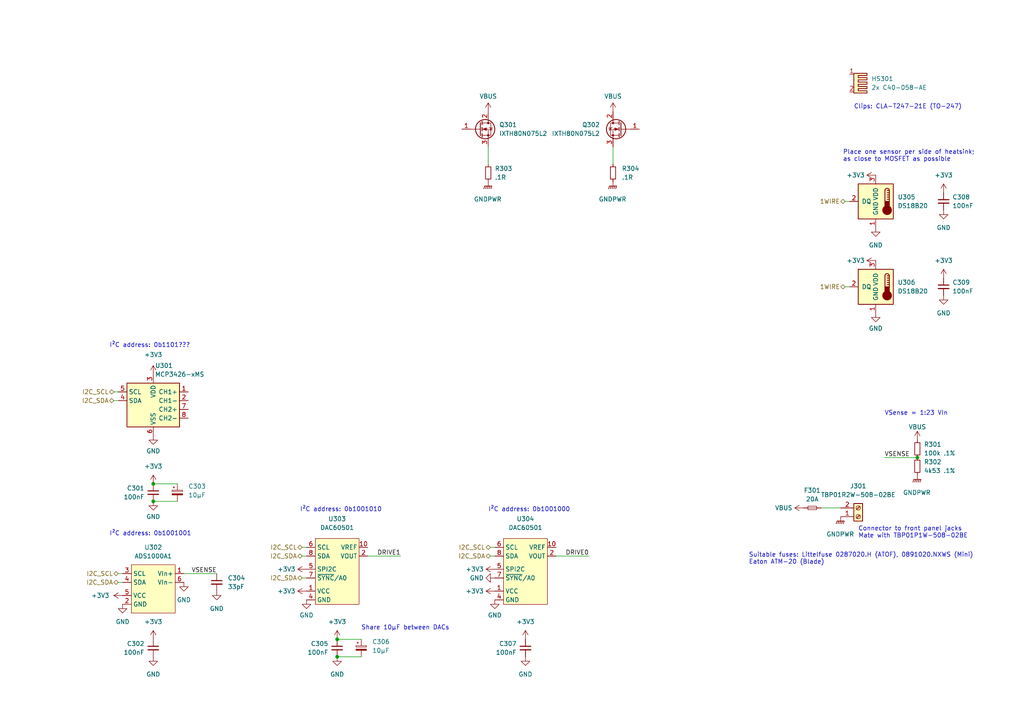
<source format=kicad_sch>
(kicad_sch (version 20211123) (generator eeschema)
  (paper "A4")
  (lib_symbols
    (symbol "Analog_ADC:MCP3426-xMS"
      (property "Reference" "U" (at -3.81 8.89 0))
      (property "Value" "MCP3426-xMS" (at 2.54 8.89 0))
      (symbol "MCP3426-xMS_0_1"
        (rectangle (start -7.62 7.62) (end 7.62 -5.08) (stroke (width 0.254)) (fill (type background)))
      )
      (symbol "MCP3426-xMS_1_1"
        (pin input line (at -10.16 5.08 0) (length 2.54) (name "CH1+") (number "1"))
        (pin input line (at -10.16 2.54 0) (length 2.54) (name "CH1-") (number "2"))
        (pin power_in line (at 0 10.16 270) (length 2.54) (name "VDD") (number "3"))
        (pin bidirectional line (at 10.16 2.54 180) (length 2.54) (name "SDA") (number "4"))
        (pin input line (at 10.16 5.08 180) (length 2.54) (name "SCL") (number "5"))
        (pin power_in line (at 0 -7.62 90) (length 2.54) (name "VSS") (number "6"))
        (pin input line (at -10.16 0 0) (length 2.54) (name "CH2+") (number "7"))
        (pin input line (at -10.16 -2.54 0) (length 2.54) (name "CH2-") (number "8"))
      )
    )
    (symbol "Connector:Screw_Terminal_01x02" (pin_names (offset 1.016) hide)
      (property "Reference" "J" (at 0 2.54 0))
      (property "Value" "Screw_Terminal_01x02" (at 0 -5.08 0))
      (symbol "Screw_Terminal_01x02_1_1"
        (rectangle (start -1.27 1.27) (end 1.27 -3.81) (stroke (width 0.254)) (fill (type background)))
        (circle (center 0 -2.54) (radius 0.635) (stroke (width 0.1524)))
        (polyline (pts (xy -0.5334 -2.2098) (xy 0.3302 -3.048)) (stroke (width 0.1524)))
        (polyline (pts (xy -0.5334 0.3302) (xy 0.3302 -0.508)) (stroke (width 0.1524)))
        (polyline (pts (xy -0.3556 -2.032) (xy 0.508 -2.8702)) (stroke (width 0.1524)))
        (polyline (pts (xy -0.3556 0.508) (xy 0.508 -0.3302)) (stroke (width 0.1524)))
        (circle (center 0 0) (radius 0.635) (stroke (width 0.1524)))
        (pin passive line (at -5.08 0 0) (length 3.81) (name "Pin_1") (number "1"))
        (pin passive line (at -5.08 -2.54 0) (length 3.81) (name "Pin_2") (number "2"))
      )
    )
    (symbol "Device:C_Polarized_Small" (pin_numbers hide) (pin_names (offset 0.254) hide)
      (property "Reference" "C" (at 0.254 1.778 0))
      (property "Value" "C_Polarized_Small" (at 0.254 -2.032 0))
      (symbol "C_Polarized_Small_0_1"
        (rectangle (start -1.524 -0.3048) (end 1.524 -0.6858) (fill (type outline)))
        (rectangle (start -1.524 0.6858) (end 1.524 0.3048))
        (polyline (pts (xy -1.27 1.524) (xy -0.762 1.524)))
        (polyline (pts (xy -1.016 1.27) (xy -1.016 1.778)))
      )
      (symbol "C_Polarized_Small_1_1"
        (pin passive line (at 0 2.54 270) (length 1.8542) (name "~") (number "1"))
        (pin passive line (at 0 -2.54 90) (length 1.8542) (name "~") (number "2"))
      )
    )
    (symbol "Device:C_Small" (pin_numbers hide) (pin_names (offset 0.254) hide)
      (property "Reference" "C" (at 0.254 1.778 0))
      (property "Value" "C_Small" (at 0.254 -2.032 0))
      (symbol "C_Small_0_1"
        (polyline (pts (xy -1.524 -0.508) (xy 1.524 -0.508)) (stroke (width 0.3302)))
        (polyline (pts (xy -1.524 0.508) (xy 1.524 0.508)) (stroke (width 0.3048)))
      )
      (symbol "C_Small_1_1"
        (pin passive line (at 0 2.54 270) (length 2.032) (name "~") (number "1"))
        (pin passive line (at 0 -2.54 90) (length 2.032) (name "~") (number "2"))
      )
    )
    (symbol "Device:Fuse_Small" (pin_numbers hide) (pin_names (offset 0.254) hide)
      (property "Reference" "F" (at 0 -1.524 0))
      (property "Value" "Fuse_Small" (at 0 1.524 0))
      (symbol "Fuse_Small_0_1"
        (rectangle (start -1.27 0.508) (end 1.27 -0.508))
        (polyline (pts (xy -1.27 0) (xy 1.27 0)))
      )
      (symbol "Fuse_Small_1_1"
        (pin passive line (at -2.54 0 0) (length 1.27) (name "~") (number "1"))
        (pin passive line (at 2.54 0 180) (length 1.27) (name "~") (number "2"))
      )
    )
    (symbol "Device:R_Small" (pin_numbers hide) (pin_names (offset 0.254) hide)
      (property "Reference" "R" (at 0.762 0.508 0))
      (property "Value" "R_Small" (at 0.762 -1.016 0))
      (symbol "R_Small_0_1"
        (rectangle (start -0.762 1.778) (end 0.762 -1.778) (stroke (width 0.2032)))
      )
      (symbol "R_Small_1_1"
        (pin passive line (at 0 2.54 270) (length 0.762) (name "~") (number "1"))
        (pin passive line (at 0 -2.54 90) (length 0.762) (name "~") (number "2"))
      )
    )
    (symbol "Mechanical:Heatsink_Pad_2Pin" (pin_names (offset 0))
      (property "Reference" "HS" (at 0 5.715 0))
      (property "Value" "Heatsink_Pad_2Pin" (at 0 3.81 0))
      (symbol "Heatsink_Pad_2Pin_0_1"
        (polyline (pts (xy -0.3302 0) (xy -0.9652 0) (xy -0.9652 2.54) (xy -1.6002 2.54) (xy -1.6002 0) (xy -2.2352 0) (xy -2.2352 2.54) (xy -2.8702 2.54) (xy -2.8702 -1.27) (xy -0.9652 -1.27)) (stroke (width 0.254)) (fill (type background)))
        (polyline (pts (xy -0.3302 0) (xy -0.3302 2.54) (xy 0.3048 2.54) (xy 0.3048 0) (xy 0.9398 0) (xy 0.9398 2.54) (xy 1.5748 2.54) (xy 1.5748 0) (xy 2.2098 0) (xy 2.2098 2.54) (xy 2.8448 2.54) (xy 2.8448 -1.27) (xy -0.9652 -1.27)) (stroke (width 0.254)) (fill (type background)))
      )
      (symbol "Heatsink_Pad_2Pin_1_1"
        (pin passive line (at -2.54 -2.54 90) (length 1.27) (name "~") (number "1"))
        (pin passive line (at 2.54 -2.54 90) (length 1.27) (name "~") (number "2"))
      )
    )
    (symbol "Sensor_Temperature:DS18B20" (pin_names (offset 1.016))
      (property "Reference" "U" (at -3.81 6.35 0))
      (property "Value" "DS18B20" (at 6.35 6.35 0))
      (symbol "DS18B20_0_1"
        (rectangle (start -5.08 5.08) (end 5.08 -5.08) (stroke (width 0.254)) (fill (type background)))
        (circle (center -3.302 -2.54) (radius 1.27) (stroke (width 0.254)) (fill (type outline)))
        (rectangle (start -2.667 -1.905) (end -3.937 0) (stroke (width 0.254)) (fill (type outline)))
        (arc (start -2.667 3.175) (mid -3.302 3.81) (end -3.937 3.175) (stroke (width 0.254)))
        (polyline (pts (xy -3.937 0.635) (xy -3.302 0.635)) (stroke (width 0.254)))
        (polyline (pts (xy -3.937 1.27) (xy -3.302 1.27)) (stroke (width 0.254)))
        (polyline (pts (xy -3.937 1.905) (xy -3.302 1.905)) (stroke (width 0.254)))
        (polyline (pts (xy -3.937 2.54) (xy -3.302 2.54)) (stroke (width 0.254)))
        (polyline (pts (xy -3.937 3.175) (xy -3.937 0)) (stroke (width 0.254)))
        (polyline (pts (xy -3.937 3.175) (xy -3.302 3.175)) (stroke (width 0.254)))
        (polyline (pts (xy -2.667 3.175) (xy -2.667 0)) (stroke (width 0.254)))
      )
      (symbol "DS18B20_1_1"
        (pin power_in line (at 0 -7.62 90) (length 2.54) (name "GND") (number "1"))
        (pin bidirectional line (at 7.62 0 180) (length 2.54) (name "DQ") (number "2"))
        (pin power_in line (at 0 7.62 270) (length 2.54) (name "VDD") (number "3"))
      )
    )
    (symbol "power:+3V3" (power) (pin_names (offset 0))
      (property "Value" "+3V3" (at 0 3.556 0))
      (symbol "+3V3_0_1"
        (polyline (pts (xy -0.762 1.27) (xy 0 2.54)))
        (polyline (pts (xy 0 0) (xy 0 2.54)))
        (polyline (pts (xy 0 2.54) (xy 0.762 1.27)))
      )
      (symbol "+3V3_1_1"
        (pin power_in line (at 0 0 90) (length 0) hide (name "+3V3") (number "1"))
      )
    )
    (symbol "power:GND" (power) (pin_names (offset 0))
      (property "Value" "GND" (at 0 -3.81 0))
      (symbol "GND_0_1"
        (polyline (pts (xy 0 0) (xy 0 -1.27) (xy 1.27 -1.27) (xy 0 -2.54) (xy -1.27 -1.27) (xy 0 -1.27)))
      )
      (symbol "GND_1_1"
        (pin power_in line (at 0 0 270) (length 0) hide (name "GND") (number "1"))
      )
    )
    (symbol "power:GNDPWR" (power) (pin_names (offset 0))
      (property "Value" "GNDPWR" (at 0 -3.302 0))
      (symbol "GNDPWR_0_1"
        (polyline (pts (xy 0 -1.27) (xy 0 0)))
        (polyline (pts (xy -1.016 -1.27) (xy -1.27 -2.032) (xy -1.27 -2.032)) (stroke (width 0.2032)))
        (polyline (pts (xy -0.508 -1.27) (xy -0.762 -2.032) (xy -0.762 -2.032)) (stroke (width 0.2032)))
        (polyline (pts (xy 0 -1.27) (xy -0.254 -2.032) (xy -0.254 -2.032)) (stroke (width 0.2032)))
        (polyline (pts (xy 0.508 -1.27) (xy 0.254 -2.032) (xy 0.254 -2.032)) (stroke (width 0.2032)))
        (polyline (pts (xy 1.016 -1.27) (xy -1.016 -1.27) (xy -1.016 -1.27)) (stroke (width 0.2032)))
        (polyline (pts (xy 1.016 -1.27) (xy 0.762 -2.032) (xy 0.762 -2.032) (xy 0.762 -2.032)) (stroke (width 0.2032)))
      )
      (symbol "GNDPWR_1_1"
        (pin power_in line (at 0 0 270) (length 0) hide (name "GNDPWR") (number "1"))
      )
    )
    (symbol "power:VBUS" (power) (pin_names (offset 0))
      (property "Value" "VBUS" (at 0 3.81 0))
      (symbol "VBUS_0_1"
        (polyline (pts (xy -0.762 1.27) (xy 0 2.54)))
        (polyline (pts (xy 0 0) (xy 0 2.54)))
        (polyline (pts (xy 0 2.54) (xy 0.762 1.27)))
      )
      (symbol "VBUS_1_1"
        (pin power_in line (at 0 0 90) (length 0) hide (name "VBUS") (number "1"))
      )
    )
    (symbol "programmable-load:ADS1000A1"
      (property "Reference" "U" (at 0 1.27 0))
      (property "Value" "ADS1000A1" (at 0 3.81 0))
      (symbol "ADS1000A1_0_1"
        (rectangle (start -6.35 0) (end 6.35 -13.97) (fill (type background)))
      )
      (symbol "ADS1000A1_1_1"
        (pin input line (at 8.89 -2.54 180) (length 2.54) (name "VIn+") (number "1"))
        (pin power_in line (at -8.89 -11.43 0) (length 2.54) (name "GND") (number "2"))
        (pin bidirectional line (at -8.89 -2.54 0) (length 2.54) (name "SCL") (number "3"))
        (pin bidirectional line (at -8.89 -5.08 0) (length 2.54) (name "SDA") (number "4"))
        (pin power_in line (at -8.89 -8.89 0) (length 2.54) (name "VCC") (number "5"))
        (pin input line (at 8.89 -5.08 180) (length 2.54) (name "VIn-") (number "6"))
      )
    )
    (symbol "programmable-load:DAC60501"
      (property "Reference" "U" (at 0 1.27 0))
      (property "Value" "DAC60501" (at 0 3.81 0))
      (symbol "DAC60501_0_1"
        (rectangle (start -6.35 0) (end 6.35 -19.05) (fill (type background)))
      )
      (symbol "DAC60501_1_1"
        (pin power_in line (at -8.89 -15.24 0) (length 2.54) (name "VCC") (number "1"))
        (pin input line (at 8.89 -2.54 180) (length 2.54) (name "VREF") (number "10"))
        (pin output line (at 8.89 -5.08 180) (length 2.54) (name "VOUT") (number "2"))
        (pin power_in line (at -8.89 -17.78 0) (length 2.54) (name "GND") (number "4"))
        (pin bidirectional line (at -8.89 -8.89 0) (length 2.54) (name "SPI2C") (number "5"))
        (pin bidirectional line (at -8.89 -2.54 0) (length 2.54) (name "SCL") (number "6"))
        (pin bidirectional line (at -8.89 -11.43 0) (length 2.54) (name "~{SYNC}/A0") (number "7"))
        (pin bidirectional line (at -8.89 -5.08 0) (length 2.54) (name "SDA") (number "8"))
      )
    )
    (symbol "programmable-load:IXTH80N075L2" (pin_names (offset 0) hide)
      (property "Reference" "Q" (at 5.08 1.27 0))
      (property "Value" "IXTH80N075L2" (at 5.08 -1.27 0))
      (symbol "IXTH80N075L2_0_1"
        (polyline (pts (xy 0.254 0) (xy -2.54 0)))
        (polyline (pts (xy 0.254 1.905) (xy 0.254 -1.905)) (stroke (width 0.254)))
        (polyline (pts (xy 0.762 -1.27) (xy 0.762 -2.286)) (stroke (width 0.254)))
        (polyline (pts (xy 0.762 0.508) (xy 0.762 -0.508)) (stroke (width 0.254)))
        (polyline (pts (xy 0.762 2.286) (xy 0.762 1.27)) (stroke (width 0.254)))
        (polyline (pts (xy 2.54 2.54) (xy 2.54 1.778)))
        (polyline (pts (xy 2.54 -2.54) (xy 2.54 0) (xy 0.762 0)))
        (polyline (pts (xy 0.762 -1.778) (xy 3.302 -1.778) (xy 3.302 1.778) (xy 0.762 1.778)))
        (polyline (pts (xy 1.016 0) (xy 2.032 0.381) (xy 2.032 -0.381) (xy 1.016 0)) (fill (type outline)))
        (polyline (pts (xy 2.794 0.508) (xy 2.921 0.381) (xy 3.683 0.381) (xy 3.81 0.254)))
        (polyline (pts (xy 3.302 0.381) (xy 2.921 -0.254) (xy 3.683 -0.254) (xy 3.302 0.381)))
        (circle (center 1.651 0) (radius 2.794) (stroke (width 0.254)))
        (circle (center 2.54 -1.778) (radius 0.254) (fill (type outline)))
        (circle (center 2.54 1.778) (radius 0.254) (fill (type outline)))
      )
      (symbol "IXTH80N075L2_1_1"
        (pin input line (at -5.08 0 0) (length 2.54) (name "G") (number "1"))
        (pin passive line (at 2.54 5.08 270) (length 2.54) (name "D") (number "2"))
        (pin passive line (at 2.54 -5.08 90) (length 2.54) (name "S") (number "3"))
      )
    )
  )
  (junction (at 97.79 185.42))
  (junction (at 266.065 132.715))
  (junction (at 44.45 140.335))
  (junction (at 44.45 145.415))
  (junction (at 97.79 190.5))
  (wire (pts (xy 34.29 166.37) (xy 35.56 166.37)))
  (wire (pts (xy 142.24 158.75) (xy 143.51 158.75)))
  (wire (pts (xy 245.11 83.185) (xy 246.38 83.185)))
  (wire (pts (xy 97.79 185.42) (xy 104.775 185.42)))
  (wire (pts (xy 44.45 140.335) (xy 51.435 140.335)))
  (wire (pts (xy 245.11 58.42) (xy 246.38 58.42)))
  (wire (pts (xy 34.29 168.91) (xy 35.56 168.91)))
  (wire (pts (xy 87.63 161.29) (xy 88.9 161.29)))
  (wire (pts (xy 142.24 161.29) (xy 143.51 161.29)))
  (wire (pts (xy 97.79 190.5) (xy 104.775 190.5)))
  (wire (pts (xy 44.45 145.415) (xy 51.435 145.415)))
  (wire (pts (xy 141.605 42.545) (xy 141.605 47.625)))
  (wire (pts (xy 161.29 161.29) (xy 170.815 161.29)))
  (wire (pts (xy 62.865 166.37) (xy 53.34 166.37)))
  (wire (pts (xy 238.125 147.32) (xy 243.84 147.32)))
  (wire (pts (xy 33.02 113.665) (xy 34.29 113.665)))
  (wire (pts (xy 106.68 161.29) (xy 116.205 161.29)))
  (wire (pts (xy 87.63 167.64) (xy 88.9 167.64)))
  (wire (pts (xy 87.63 158.75) (xy 88.9 158.75)))
  (wire (pts (xy 256.54 132.715) (xy 266.065 132.715)))
  (wire (pts (xy 33.02 116.205) (xy 34.29 116.205)))
  (wire (pts (xy 177.8 42.545) (xy 177.8 47.625)))
  (text "I²C address: 0b1101???" (at 31.75 100.965 0) (effects (font (size 1.27 1.27)) (justify left bottom)))
  (text "I²C address: 0b1001010" (at 86.995 148.59 0) (effects (font (size 1.27 1.27)) (justify left bottom)))
  (text "VSense = 1:23 VIn" (at 256.54 120.65 0) (effects (font (size 1.27 1.27)) (justify left bottom)))
  (text "I²C address: 0b1001000" (at 141.605 148.59 0) (effects (font (size 1.27 1.27)) (justify left bottom)))
  (text "Clips: CLA-T247-21E (TO-247)" (at 247.65 31.75 0) (effects (font (size 1.27 1.27)) (justify left bottom)))
  (text "Suitable fuses: Littelfuse 0287020.H (ATOF), 0891020.NXWS (Mini)\nEaton ATM-20 (Blade)" (at 217.17 163.83 0) (effects (font (size 1.27 1.27)) (justify left bottom)))
  (text "I²C address: 0b1001001" (at 31.75 155.575 0) (effects (font (size 1.27 1.27)) (justify left bottom)))
  (text "Place one sensor per side of heatsink;\nas close to MOSFET as possible" (at 244.475 46.99 0) (effects (font (size 1.27 1.27)) (justify left bottom)))
  (text "Connector to front panel jacks\nMate with TBP01P1W-508-02BE" (at 248.92 156.21 0) (effects (font (size 1.27 1.27)) (justify left bottom)))
  (text "Share 10µF between DACs" (at 104.775 182.88 0) (effects (font (size 1.27 1.27)) (justify left bottom)))
  (label "DRIVE0" (at 170.815 161.29 180))
  (label "VSENSE" (at 62.865 166.37 180))
  (label "DRIVE1" (at 116.205 161.29 180))
  (label "VSENSE" (at 256.54 132.715 0))
  (hierarchical_label "I2C_SDA" (shape bidirectional) (at 34.29 168.91 180))
  (hierarchical_label "I2C_SCL" (shape bidirectional) (at 87.63 158.75 180))
  (hierarchical_label "1WIRE" (shape bidirectional) (at 245.11 58.42 180))
  (hierarchical_label "I2C_SCL" (shape bidirectional) (at 33.02 113.665 180))
  (hierarchical_label "I2C_SCL" (shape bidirectional) (at 142.24 158.75 180))
  (hierarchical_label "I2C_SDA" (shape bidirectional) (at 87.63 167.64 180))
  (hierarchical_label "I2C_SDA" (shape bidirectional) (at 33.02 116.205 180))
  (hierarchical_label "I2C_SDA" (shape bidirectional) (at 87.63 161.29 180))
  (hierarchical_label "I2C_SDA" (shape bidirectional) (at 142.24 161.29 180))
  (hierarchical_label "I2C_SCL" (shape bidirectional) (at 34.29 166.37 180))
  (hierarchical_label "1WIRE" (shape bidirectional) (at 245.11 83.185 180))
  (symbol (lib_id "Device:R_Small") (at 177.8 50.165 0) (unit 1)
    (property "Reference" "R304" (at 180.34 48.8949 0) (effects (justify left)))
    (property "Value" ".1R" (at 180.34 51.4349 0) (effects (justify left)))
    (property "Footprint" "Package_TO_SOT_THT:TO-247-2_Vertical" (effects hide))
  )
  (symbol (lib_id "Device:C_Small") (at 62.865 168.91 0) (unit 1)
    (property "Reference" "C304" (at 66.04 167.6462 0) (effects (justify left)))
    (property "Value" "33pF" (at 66.04 170.1862 0) (effects (justify left)))
    (property "Footprint" "Capacitor_SMD:C_0805_2012Metric_Pad1.18x1.45mm_HandSolder" (effects hide))
  )
  (symbol (lib_id "power:GND") (at 35.56 175.26 0) (unit 1)
    (property "Reference" "#PWR0302" (effects hide))
    (property "Value" "GND" (at 35.56 180.34 0))
  )
  (symbol (lib_id "Device:R_Small") (at 266.065 130.175 0) (unit 1)
    (property "Reference" "R301" (at 267.97 128.9049 0) (effects (justify left)))
    (property "Value" "100k .1%" (at 267.97 131.4449 0) (effects (justify left)))
    (property "Footprint" "Resistor_SMD:R_1206_3216Metric_Pad1.30x1.75mm_HandSolder" (effects hide))
    (property "MPN" "CRT1206-BY-1003ELF" (effects hide))
  )
  (symbol (lib_id "Device:C_Small") (at 97.79 187.96 0) (mirror y) (unit 1)
    (property "Reference" "C305" (at 95.25 186.6962 0) (effects (justify left)))
    (property "Value" "100nF" (at 95.25 189.2362 0) (effects (justify left)))
    (property "Footprint" "Capacitor_SMD:C_0805_2012Metric_Pad1.18x1.45mm_HandSolder" (effects hide))
  )
  (symbol (lib_id "power:VBUS") (at 177.8 32.385 0) (unit 1)
    (property "Reference" "#PWR0114" (effects hide))
    (property "Value" "VBUS" (at 177.8 27.94 0))
  )
  (symbol (lib_id "programmable-load:IXTH80N075L2") (at 139.065 37.465 0) (unit 1)
    (property "Reference" "Q301" (at 144.78 36.1949 0) (effects (justify left)))
    (property "Value" "IXTH80N075L2" (at 144.78 38.7349 0) (effects (justify left)))
    (property "Footprint" "Package_TO_SOT_THT:TO-247-3_Vertical" (effects hide))
    (property "Datasheet" "https://www.littelfuse.com/media?resourcetype=datasheets&itemid=88506b9c-8cbf-47b3-ba4a-fbdb5672fed3&filename=littelfuse-discrete-mosfets-n-channel-linear-ixt-80n075-datasheet" (effects hide))
  )
  (symbol (lib_id "programmable-load:DAC60501") (at 152.4 156.21 0) (unit 1)
    (property "Reference" "U304" (at 152.4 150.495 0))
    (property "Value" "DAC60501" (at 152.4 153.035 0))
    (property "Footprint" "Package_SO:VSSOP-10_3x3mm_P0.5mm" (effects hide))
    (property "Datasheet" "https://www.ti.com/lit/ds/symlink/dac60501.pdf" (effects hide))
  )
  (symbol (lib_id "power:+3V3") (at 88.9 171.45 90) (unit 1)
    (property "Reference" "#PWR0312" (effects hide))
    (property "Value" "+3V3" (at 85.725 171.45 90) (effects (justify left)))
  )
  (symbol (lib_id "power:+3V3") (at 254 75.565 90) (unit 1)
    (property "Reference" "#PWR0326" (effects hide))
    (property "Value" "+3V3" (at 250.825 75.565 90) (effects (justify left)))
  )
  (symbol (lib_id "power:GND") (at 152.4 190.5 0) (unit 1)
    (property "Reference" "#PWR0321" (effects hide))
    (property "Value" "GND" (at 152.4 195.58 0))
  )
  (symbol (lib_id "Device:R_Small") (at 141.605 50.165 0) (unit 1)
    (property "Reference" "R303" (at 143.51 48.8949 0) (effects (justify left)))
    (property "Value" ".1R" (at 143.51 51.4349 0) (effects (justify left)))
    (property "Footprint" "Package_TO_SOT_THT:TO-247-2_Vertical" (effects hide))
  )
  (symbol (lib_id "power:GNDPWR") (at 177.8 52.705 0) (unit 1)
    (property "Reference" "#PWR0115" (effects hide))
    (property "Value" "GNDPWR" (at 177.673 57.785 0))
  )
  (symbol (lib_id "Device:Fuse_Small") (at 235.585 147.32 0) (unit 1)
    (property "Reference" "F301" (at 235.585 142.24 0))
    (property "Value" "20A" (at 235.585 144.78 0))
    (property "Footprint" "programmable-load:Keystone-3557-2-0" (effects hide))
    (property "MPN" "3557-20" (effects hide))
  )
  (symbol (lib_id "Device:C_Polarized_Small") (at 104.775 187.96 0) (unit 1)
    (property "Reference" "C306" (at 107.95 186.1438 0) (effects (justify left)))
    (property "Value" "10µF" (at 107.95 188.6838 0) (effects (justify left)))
  )
  (symbol (lib_id "power:+3V3") (at 35.56 172.72 90) (unit 1)
    (property "Reference" "#PWR0301" (effects hide))
    (property "Value" "+3V3" (at 31.75 172.7199 90) (effects (justify left)))
  )
  (symbol (lib_id "power:GND") (at 254 66.04 0) (unit 1)
    (property "Reference" "#PWR0325" (effects hide))
    (property "Value" "GND" (at 254 71.12 0))
  )
  (symbol (lib_id "Device:C_Small") (at 44.45 142.875 0) (mirror y) (unit 1)
    (property "Reference" "C301" (at 41.91 141.6112 0) (effects (justify left)))
    (property "Value" "100nF" (at 41.91 144.1512 0) (effects (justify left)))
    (property "Footprint" "Capacitor_SMD:C_0805_2012Metric_Pad1.18x1.45mm_HandSolder" (effects hide))
  )
  (symbol (lib_id "power:GND") (at 88.9 173.99 0) (unit 1)
    (property "Reference" "#PWR0313" (effects hide))
    (property "Value" "GND" (at 88.9 178.435 0))
  )
  (symbol (lib_id "Connector:Screw_Terminal_01x02") (at 248.92 149.86 0) (mirror x) (unit 1)
    (property "Reference" "J301" (at 248.92 140.97 0))
    (property "Value" "TBP01R2W-508-02BE" (at 248.92 143.51 0))
    (property "Footprint" "programmable-load:CUI_TBP01R2W-508-02BE" (effects hide))
  )
  (symbol (lib_id "power:+3V3") (at 273.685 55.88 0) (mirror y) (unit 1)
    (property "Reference" "#PWR0330" (effects hide))
    (property "Value" "+3V3" (at 273.685 50.8 0))
  )
  (symbol (lib_id "programmable-load:IXTH80N075L2") (at 180.34 37.465 0) (mirror y) (unit 1)
    (property "Reference" "Q302" (at 173.99 36.1949 0) (effects (justify left)))
    (property "Value" "IXTH80N075L2" (at 173.99 38.7349 0) (effects (justify left)))
    (property "Footprint" "Package_TO_SOT_THT:TO-247-3_Vertical" (effects hide))
    (property "Datasheet" "https://www.littelfuse.com/media?resourcetype=datasheets&itemid=88506b9c-8cbf-47b3-ba4a-fbdb5672fed3&filename=littelfuse-discrete-mosfets-n-channel-linear-ixt-80n075-datasheet" (effects hide))
  )
  (symbol (lib_id "power:+3V3") (at 44.45 185.42 0) (unit 1)
    (property "Reference" "#PWR0307" (effects hide))
    (property "Value" "+3V3" (at 44.45 180.34 0))
  )
  (symbol (lib_id "power:GND") (at 273.685 85.725 0) (mirror y) (unit 1)
    (property "Reference" "#PWR0333" (effects hide))
    (property "Value" "GND" (at 273.685 90.805 0))
  )
  (symbol (lib_id "power:+3V3") (at 143.51 171.45 90) (unit 1)
    (property "Reference" "#PWR0318" (effects hide))
    (property "Value" "+3V3" (at 140.335 171.45 90) (effects (justify left)))
  )
  (symbol (lib_id "power:GND") (at 143.51 167.64 270) (unit 1)
    (property "Reference" "#PWR0317" (effects hide))
    (property "Value" "GND" (at 140.335 167.64 90) (effects (justify right)))
  )
  (symbol (lib_id "power:GNDPWR") (at 141.605 52.705 0) (unit 1)
    (property "Reference" "#PWR0112" (effects hide))
    (property "Value" "GNDPWR" (at 141.478 57.785 0))
  )
  (symbol (lib_id "power:VBUS") (at 266.065 127.635 0) (unit 1)
    (property "Reference" "#PWR0328" (effects hide))
    (property "Value" "VBUS" (at 266.065 123.825 0))
  )
  (symbol (lib_id "power:GND") (at 143.51 173.99 0) (unit 1)
    (property "Reference" "#PWR0319" (effects hide))
    (property "Value" "GND" (at 143.51 178.435 0))
  )
  (symbol (lib_id "power:GND") (at 53.34 168.91 0) (unit 1)
    (property "Reference" "#PWR0309" (effects hide))
    (property "Value" "GND" (at 53.34 173.99 0))
  )
  (symbol (lib_id "programmable-load:DAC60501") (at 97.79 156.21 0) (unit 1)
    (property "Reference" "U303" (at 97.79 150.495 0))
    (property "Value" "DAC60501" (at 97.79 153.035 0))
    (property "Footprint" "Package_SO:VSSOP-10_3x3mm_P0.5mm" (effects hide))
    (property "Datasheet" "https://www.ti.com/lit/ds/symlink/dac60501.pdf" (effects hide))
  )
  (symbol (lib_id "Analog_ADC:MCP3426-xMS") (at 44.45 118.745 0) (mirror y) (unit 1)
    (property "Reference" "U301" (at 44.9706 106.045 0) (effects (justify right)))
    (property "Value" "MCP3426-xMS" (at 44.9706 108.585 0) (effects (justify right)))
    (property "Footprint" "Package_SO:MSOP-8_3x3mm_P0.65mm" (effects hide))
    (property "Datasheet" "http://ww1.microchip.com/downloads/en/DeviceDoc/22226a.pdf" (effects hide))
  )
  (symbol (lib_id "power:+3V3") (at 97.79 185.42 0) (unit 1)
    (property "Reference" "#PWR0314" (effects hide))
    (property "Value" "+3V3" (at 97.79 180.34 0))
  )
  (symbol (lib_id "Device:C_Small") (at 152.4 187.96 0) (mirror y) (unit 1)
    (property "Reference" "C307" (at 149.86 186.6962 0) (effects (justify left)))
    (property "Value" "100nF" (at 149.86 189.2362 0) (effects (justify left)))
    (property "Footprint" "Capacitor_SMD:C_0805_2012Metric_Pad1.18x1.45mm_HandSolder" (effects hide))
  )
  (symbol (lib_id "Device:C_Small") (at 273.685 83.185 0) (unit 1)
    (property "Reference" "C309" (at 276.225 81.9212 0) (effects (justify left)))
    (property "Value" "100nF" (at 276.225 84.4612 0) (effects (justify left)))
    (property "Footprint" "Capacitor_SMD:C_0805_2012Metric_Pad1.18x1.45mm_HandSolder" (effects hide))
  )
  (symbol (lib_id "Device:C_Small") (at 273.685 58.42 0) (unit 1)
    (property "Reference" "C308" (at 276.225 57.1562 0) (effects (justify left)))
    (property "Value" "100nF" (at 276.225 59.6962 0) (effects (justify left)))
    (property "Footprint" "Capacitor_SMD:C_0805_2012Metric_Pad1.18x1.45mm_HandSolder" (effects hide))
  )
  (symbol (lib_id "Device:R_Small") (at 266.065 135.255 0) (unit 1)
    (property "Reference" "R302" (at 267.97 133.9849 0) (effects (justify left)))
    (property "Value" "4k53 .1%" (at 267.97 136.5249 0) (effects (justify left)))
    (property "Footprint" "Resistor_SMD:R_1206_3216Metric_Pad1.30x1.75mm_HandSolder" (effects hide))
    (property "MPN" "ERA-8AEB4531V" (effects hide))
  )
  (symbol (lib_id "Device:C_Polarized_Small") (at 51.435 142.875 0) (unit 1)
    (property "Reference" "C303" (at 54.61 141.0588 0) (effects (justify left)))
    (property "Value" "10µF" (at 54.61 143.5988 0) (effects (justify left)))
  )
  (symbol (lib_id "power:GND") (at 44.45 145.415 0) (unit 1)
    (property "Reference" "#PWR0306" (effects hide))
    (property "Value" "GND" (at 44.45 149.86 0))
  )
  (symbol (lib_id "power:GND") (at 254 90.805 0) (unit 1)
    (property "Reference" "#PWR0327" (effects hide))
    (property "Value" "GND" (at 254 95.25 0))
  )
  (symbol (lib_id "power:+3V3") (at 44.45 108.585 0) (unit 1)
    (property "Reference" "#PWR0303" (effects hide))
    (property "Value" "+3V3" (at 44.45 102.87 0))
  )
  (symbol (lib_id "Sensor_Temperature:DS18B20") (at 254 58.42 0) (mirror y) (unit 1)
    (property "Reference" "U305" (at 260.35 57.1499 0) (effects (justify right)))
    (property "Value" "DS18B20" (at 260.35 59.6899 0) (effects (justify right)))
    (property "Footprint" "Package_TO_SOT_THT:TO-92_Inline" (effects hide))
    (property "Datasheet" "http://datasheets.maximintegrated.com/en/ds/DS18B20.pdf" (effects hide))
  )
  (symbol (lib_id "power:GND") (at 273.685 60.96 0) (mirror y) (unit 1)
    (property "Reference" "#PWR0331" (effects hide))
    (property "Value" "GND" (at 273.685 66.04 0))
  )
  (symbol (lib_id "power:+3V3") (at 88.9 165.1 90) (unit 1)
    (property "Reference" "#PWR0311" (effects hide))
    (property "Value" "+3V3" (at 85.725 165.1 90) (effects (justify left)))
  )
  (symbol (lib_id "power:+3V3") (at 44.45 140.335 0) (unit 1)
    (property "Reference" "#PWR0305" (effects hide))
    (property "Value" "+3V3" (at 44.45 135.255 0))
  )
  (symbol (lib_id "power:GND") (at 44.45 190.5 0) (unit 1)
    (property "Reference" "#PWR0308" (effects hide))
    (property "Value" "GND" (at 44.45 195.58 0))
  )
  (symbol (lib_id "Sensor_Temperature:DS18B20") (at 254 83.185 0) (mirror y) (unit 1)
    (property "Reference" "U306" (at 260.35 81.9149 0) (effects (justify right)))
    (property "Value" "DS18B20" (at 260.35 84.4549 0) (effects (justify right)))
    (property "Footprint" "Package_TO_SOT_THT:TO-92_Inline" (effects hide))
    (property "Datasheet" "http://datasheets.maximintegrated.com/en/ds/DS18B20.pdf" (effects hide))
  )
  (symbol (lib_id "power:GND") (at 62.865 171.45 0) (unit 1)
    (property "Reference" "#PWR0310" (effects hide))
    (property "Value" "GND" (at 62.865 176.53 0))
  )
  (symbol (lib_id "power:+3V3") (at 152.4 185.42 0) (unit 1)
    (property "Reference" "#PWR0320" (effects hide))
    (property "Value" "+3V3" (at 152.4 180.34 0))
  )
  (symbol (lib_id "Mechanical:Heatsink_Pad_2Pin") (at 248.92 24.13 270) (unit 1)
    (property "Reference" "HS301" (at 252.73 22.8472 90) (effects (justify left)))
    (property "Value" "2x C40-058-AE" (at 252.73 25.3872 90) (effects (justify left)))
    (property "Footprint" "programmable-load:C40-058-AE-DUAL" (effects hide))
    (property "MPN" "C40-058-AE" (effects hide))
  )
  (symbol (lib_id "Device:C_Small") (at 44.45 187.96 0) (mirror y) (unit 1)
    (property "Reference" "C302" (at 41.91 186.6962 0) (effects (justify left)))
    (property "Value" "100nF" (at 41.91 189.2362 0) (effects (justify left)))
    (property "Footprint" "Capacitor_SMD:C_0805_2012Metric_Pad1.18x1.45mm_HandSolder" (effects hide))
  )
  (symbol (lib_id "power:GNDPWR") (at 266.065 137.795 0) (unit 1)
    (property "Reference" "#PWR0329" (effects hide))
    (property "Value" "GNDPWR" (at 265.938 142.875 0))
  )
  (symbol (lib_id "power:VBUS") (at 141.605 32.385 0) (unit 1)
    (property "Reference" "#PWR0113" (effects hide))
    (property "Value" "VBUS" (at 141.605 27.94 0))
  )
  (symbol (lib_id "power:+3V3") (at 143.51 165.1 90) (unit 1)
    (property "Reference" "#PWR0316" (effects hide))
    (property "Value" "+3V3" (at 140.335 165.1 90) (effects (justify left)))
  )
  (symbol (lib_id "power:GNDPWR") (at 243.84 149.86 0) (unit 1)
    (property "Reference" "#PWR0323" (effects hide))
    (property "Value" "GNDPWR" (at 243.713 154.94 0))
  )
  (symbol (lib_id "power:+3V3") (at 273.685 80.645 0) (mirror y) (unit 1)
    (property "Reference" "#PWR0332" (effects hide))
    (property "Value" "+3V3" (at 273.685 75.565 0))
  )
  (symbol (lib_id "power:+3V3") (at 254 50.8 90) (unit 1)
    (property "Reference" "#PWR0324" (effects hide))
    (property "Value" "+3V3" (at 250.825 50.8 90) (effects (justify left)))
  )
  (symbol (lib_id "power:GND") (at 97.79 190.5 0) (unit 1)
    (property "Reference" "#PWR0315" (effects hide))
    (property "Value" "GND" (at 97.79 195.58 0))
  )
  (symbol (lib_id "programmable-load:ADS1000A1") (at 44.45 163.83 0) (unit 1)
    (property "Reference" "U302" (at 44.45 158.75 0))
    (property "Value" "ADS1000A1" (at 44.45 161.29 0))
    (property "Footprint" "Package_TO_SOT_SMD:SOT-23-6_Handsoldering" (effects hide))
    (property "Datasheet" "https://www.ti.com/lit/ds/symlink/ads1000.pdf" (effects hide))
  )
  (symbol (lib_id "power:VBUS") (at 233.045 147.32 90) (unit 1)
    (property "Reference" "#PWR0322" (effects hide))
    (property "Value" "VBUS" (at 229.87 147.3199 90) (effects (justify left)))
  )
  (symbol (lib_id "power:GND") (at 44.45 126.365 0) (unit 1)
    (property "Reference" "#PWR0304" (effects hide))
    (property "Value" "GND" (at 44.45 130.81 0))
  )
)
</source>
